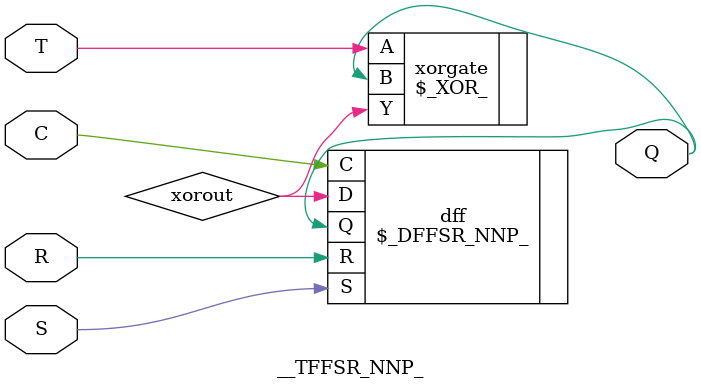
<source format=v>
module __TFFSR_NNP_ (C, S, R, T, Q);
	input C, S, R, T;
	output wire Q;
	wire xorout;
	$_XOR_ xorgate (
		.A(T),
		.B(Q),
		.Y(xorout),
	);
	$_DFFSR_NNP_ dff (
		.C(C),
		.D(xorout),
		.Q(Q),
		.S(S),
		.R(R),
	);
endmodule
</source>
